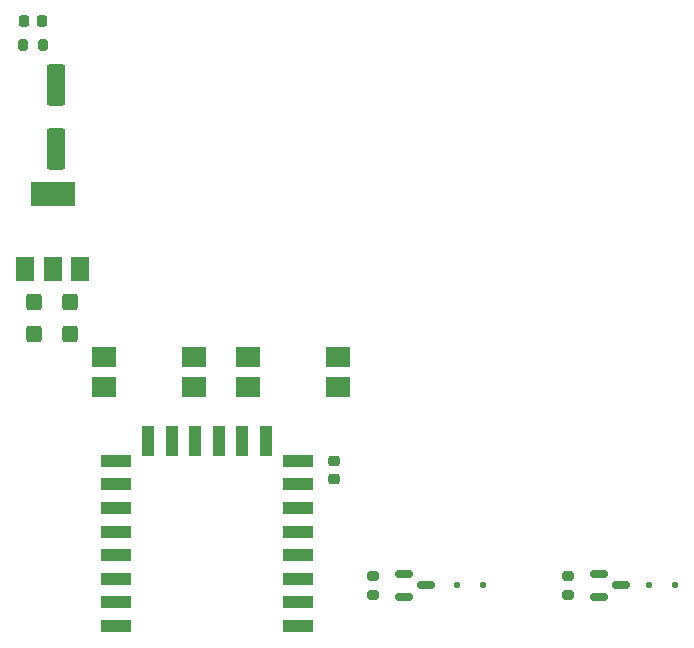
<source format=gtp>
G04 #@! TF.GenerationSoftware,KiCad,Pcbnew,7.0.8*
G04 #@! TF.CreationDate,2024-05-10T10:59:20-03:00*
G04 #@! TF.ProjectId,on_off_module_x2,6f6e5f6f-6666-45f6-9d6f-64756c655f78,1.0*
G04 #@! TF.SameCoordinates,Original*
G04 #@! TF.FileFunction,Paste,Top*
G04 #@! TF.FilePolarity,Positive*
%FSLAX46Y46*%
G04 Gerber Fmt 4.6, Leading zero omitted, Abs format (unit mm)*
G04 Created by KiCad (PCBNEW 7.0.8) date 2024-05-10 10:59:20*
%MOMM*%
%LPD*%
G01*
G04 APERTURE LIST*
G04 Aperture macros list*
%AMRoundRect*
0 Rectangle with rounded corners*
0 $1 Rounding radius*
0 $2 $3 $4 $5 $6 $7 $8 $9 X,Y pos of 4 corners*
0 Add a 4 corners polygon primitive as box body*
4,1,4,$2,$3,$4,$5,$6,$7,$8,$9,$2,$3,0*
0 Add four circle primitives for the rounded corners*
1,1,$1+$1,$2,$3*
1,1,$1+$1,$4,$5*
1,1,$1+$1,$6,$7*
1,1,$1+$1,$8,$9*
0 Add four rect primitives between the rounded corners*
20,1,$1+$1,$2,$3,$4,$5,0*
20,1,$1+$1,$4,$5,$6,$7,0*
20,1,$1+$1,$6,$7,$8,$9,0*
20,1,$1+$1,$8,$9,$2,$3,0*%
G04 Aperture macros list end*
%ADD10RoundRect,0.225000X-0.250000X0.225000X-0.250000X-0.225000X0.250000X-0.225000X0.250000X0.225000X0*%
%ADD11RoundRect,0.150000X-0.587500X-0.150000X0.587500X-0.150000X0.587500X0.150000X-0.587500X0.150000X0*%
%ADD12RoundRect,0.125000X0.125000X0.125000X-0.125000X0.125000X-0.125000X-0.125000X0.125000X-0.125000X0*%
%ADD13RoundRect,0.218750X0.218750X0.256250X-0.218750X0.256250X-0.218750X-0.256250X0.218750X-0.256250X0*%
%ADD14RoundRect,0.200000X-0.275000X0.200000X-0.275000X-0.200000X0.275000X-0.200000X0.275000X0.200000X0*%
%ADD15R,1.500000X2.000000*%
%ADD16R,3.800000X2.000000*%
%ADD17RoundRect,0.250000X-0.425000X0.450000X-0.425000X-0.450000X0.425000X-0.450000X0.425000X0.450000X0*%
%ADD18R,2.500000X1.100000*%
%ADD19R,1.100000X2.500000*%
%ADD20R,2.000000X1.780000*%
%ADD21RoundRect,0.250000X-0.550000X1.500000X-0.550000X-1.500000X0.550000X-1.500000X0.550000X1.500000X0*%
%ADD22RoundRect,0.200000X-0.200000X-0.275000X0.200000X-0.275000X0.200000X0.275000X-0.200000X0.275000X0*%
G04 APERTURE END LIST*
D10*
X144968201Y-106211600D03*
X144968201Y-107761600D03*
D11*
X150825200Y-115817754D03*
X150825200Y-117717754D03*
X152700200Y-116767754D03*
D12*
X157513200Y-116767754D03*
X155313200Y-116767754D03*
X173769200Y-116767754D03*
X171569200Y-116767754D03*
D13*
X120223700Y-68971054D03*
X118648700Y-68971054D03*
D14*
X164787200Y-115942754D03*
X164787200Y-117592754D03*
D15*
X118807200Y-89945753D03*
X121107200Y-89945753D03*
D16*
X121107200Y-83645753D03*
D15*
X123407200Y-89945753D03*
D14*
X148270200Y-115942754D03*
X148270200Y-117592754D03*
D17*
X119503200Y-92811754D03*
X119503200Y-95511754D03*
D18*
X141873200Y-120211600D03*
X141873200Y-118211600D03*
X141873200Y-116211600D03*
X141873200Y-114211600D03*
X141873200Y-112211600D03*
X141873200Y-110211600D03*
X141873200Y-108211600D03*
X141873200Y-106211600D03*
X126473200Y-106211600D03*
X126473200Y-108211600D03*
X126473200Y-110211600D03*
X126473200Y-112211600D03*
X126473200Y-114211600D03*
X126473200Y-116211600D03*
X126473200Y-118211600D03*
X126473200Y-120211600D03*
D19*
X139183200Y-104511600D03*
X137183200Y-104511600D03*
X135183200Y-104511600D03*
X133183200Y-104511600D03*
X131183200Y-104511600D03*
X129183200Y-104511600D03*
D20*
X137617200Y-97463754D03*
X137617200Y-100003754D03*
X145237200Y-100003754D03*
X145237200Y-97463754D03*
D17*
X122551200Y-92811754D03*
X122551200Y-95511754D03*
D21*
X121361200Y-74443754D03*
X121361200Y-79843754D03*
D22*
X118631200Y-71003054D03*
X120281200Y-71003054D03*
D20*
X125425200Y-97463754D03*
X125425200Y-100003754D03*
X133045200Y-100003754D03*
X133045200Y-97463754D03*
D11*
X167335200Y-115817754D03*
X167335200Y-117717754D03*
X169210200Y-116767754D03*
M02*

</source>
